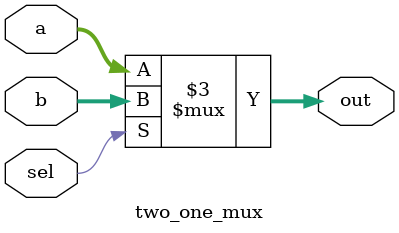
<source format=v>
`timescale 1ns / 1ps



module two_one_mux(
input [3:0]a,b,
input sel,
output reg [3:0]out
    );

always@(*)begin
    if(sel) out=b;
    else out=a;
end    
endmodule

</source>
